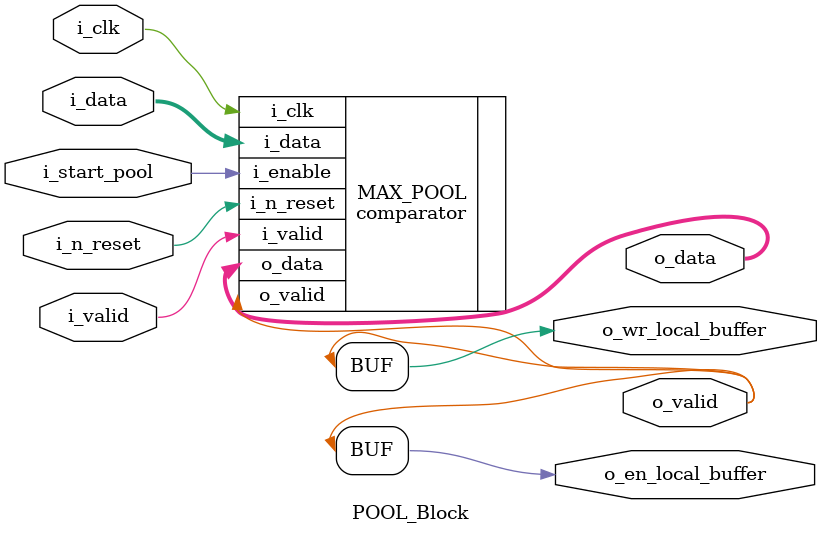
<source format=v>
`timescale 1ns / 1ps

module POOL_Block #(
    parameter                                           DATA_SIZE = 8
)(
    input       wire                                    i_clk,
    input       wire                                    i_n_reset,
    input       wire                                    i_start_pool,

    input       wire                                    i_valid,
    input       wire    signed  [DATA_SIZE - 1 : 0]     i_data,

    output      wire                                    o_valid,
    output      wire    signed  [DATA_SIZE - 1 : 0]     o_data,

    output      wire                                    o_en_local_buffer,
    output      wire                                    o_wr_local_buffer
);

    comparator                                          #(
        .DATA_SIZE                                      (DATA_SIZE)
    )                                                   MAX_POOL(
        .i_clk                                          (i_clk),
        .i_n_reset                                      (i_n_reset),
        .i_enable                                       (i_start_pool),
        .i_data                                         (i_data),
        .i_valid                                        (i_valid),
        .o_data                                         (o_data),
        .o_valid                                        (o_valid)
    );

    assign {o_en_local_buffer, o_wr_local_buffer} = {o_valid, o_valid};

endmodule

</source>
